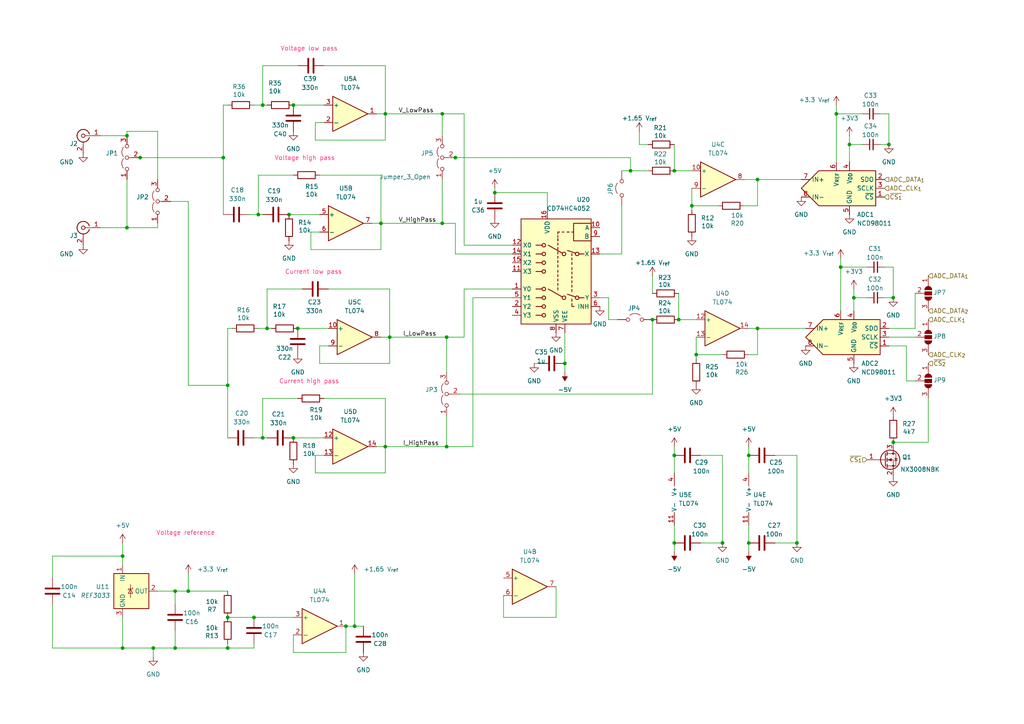
<source format=kicad_sch>
(kicad_sch (version 20250114) (generator "eeschema") (generator_version "9.0")
  (paper "A4")
  (text "Current high pass" (at 89.662 110.744 0) (effects (font (size 1.27 1.27))))
  (text "Current low pass" (at 90.932 78.994 0) (effects (font (size 1.27 1.27))))
  (text "Voltage low pass" (at 89.662 14.224 0) (effects (font (size 1.27 1.27))))
  (text "Voltage reference" (at 53.848 154.686 0) (effects (font (size 1.27 1.27))))
  (text "Voltage high pass" (at 88.392 45.974 0) (effects (font (size 1.27 1.27))))
  (junction (at 143.51 55.88))
  (junction (at 102.87 181.61))
  (junction (at 132.08 45.72))
  (junction (at 35.56 161.29))
  (junction (at 111.76 33.02))
  (junction (at 35.56 187.96))
  (junction (at 85.09 127))
  (junction (at 111.76 129.54))
  (junction (at 73.66 179.07))
  (junction (at 50.8 171.45))
  (junction (at 113.03 97.79))
  (junction (at 54.61 171.45))
  (junction (at 64.77 45.72))
  (junction (at 40.64 45.72))
  (junction (at 196.85 92.71))
  (junction (at 369.57 182.88))
  (junction (at 247.65 86.36))
  (junction (at 209.55 157.48))
  (junction (at 163.83 105.41))
  (junction (at 100.33 181.61))
  (junction (at 128.27 33.02))
  (junction (at 85.09 30.48))
  (junction (at 36.83 66.04))
  (junction (at 201.93 102.87))
  (junction (at 259.08 86.36))
  (junction (at 369.57 157.48))
  (junction (at 391.16 182.88))
  (junction (at 129.54 129.54))
  (junction (at 189.23 92.71))
  (junction (at 195.58 157.48))
  (junction (at 246.38 41.91))
  (junction (at 66.04 179.07))
  (junction (at 76.2 127))
  (junction (at 74.93 62.23))
  (junction (at 129.54 97.79))
  (junction (at 259.08 128.27))
  (junction (at 217.17 157.48))
  (junction (at 50.8 187.96))
  (junction (at 44.45 187.96))
  (junction (at 219.71 95.25))
  (junction (at 391.16 157.48))
  (junction (at 110.49 64.77))
  (junction (at 217.17 132.08))
  (junction (at 231.14 157.48))
  (junction (at 128.27 64.77))
  (junction (at 242.57 33.02))
  (junction (at 200.66 59.69))
  (junction (at 83.82 62.23))
  (junction (at 383.54 182.88))
  (junction (at 66.04 111.76))
  (junction (at 86.36 95.25))
  (junction (at 257.81 41.91))
  (junction (at 243.84 77.47))
  (junction (at 182.88 49.53))
  (junction (at 76.2 30.48))
  (junction (at 195.58 132.08))
  (junction (at 77.47 95.25))
  (junction (at 195.58 49.53))
  (junction (at 66.04 187.96))
  (junction (at 219.71 52.07))
  (junction (at 405.13 182.88))
  (junction (at 36.83 39.37))
  (wire (pts (xy 44.45 190.5) (xy 44.45 187.96)))
  (wire (pts (xy 91.44 35.56) (xy 93.98 35.56)))
  (wire (pts (xy 113.03 83.82) (xy 113.03 97.79)))
  (wire (pts (xy 134.62 83.82) (xy 148.59 83.82)))
  (wire (pts (xy 231.14 157.48) (xy 231.14 132.08)))
  (wire (pts (xy 256.54 86.36) (xy 259.08 86.36)))
  (wire (pts (xy 110.49 97.79) (xy 113.03 97.79)))
  (wire (pts (xy 35.56 157.48) (xy 35.56 161.29)))
  (wire (pts (xy 49.53 58.42) (xy 54.61 58.42)))
  (wire (pts (xy 391.16 162.56) (xy 391.16 157.48)))
  (wire (pts (xy 130.81 45.72) (xy 132.08 45.72)))
  (wire (pts (xy 109.22 33.02) (xy 111.76 33.02)))
  (wire (pts (xy 219.71 52.07) (xy 219.71 59.69)))
  (wire (pts (xy 128.27 33.02) (xy 134.62 33.02)))
  (wire (pts (xy 196.85 92.71) (xy 201.93 92.71)))
  (wire (pts (xy 50.8 182.88) (xy 50.8 187.96)))
  (wire (pts (xy 111.76 19.05) (xy 111.76 33.02)))
  (wire (pts (xy 85.09 50.8) (xy 74.93 50.8)))
  (wire (pts (xy 262.89 100.33) (xy 257.81 100.33)))
  (wire (pts (xy 391.16 177.8) (xy 391.16 182.88)))
  (wire (pts (xy 161.29 179.07) (xy 161.29 170.18)))
  (wire (pts (xy 200.66 59.69) (xy 208.28 59.69)))
  (wire (pts (xy 91.44 40.64) (xy 91.44 35.56)))
  (wire (pts (xy 189.23 85.09) (xy 189.23 80.01)))
  (wire (pts (xy 132.08 64.77) (xy 132.08 73.66)))
  (wire (pts (xy 45.72 66.04) (xy 45.72 64.77)))
  (wire (pts (xy 113.03 97.79) (xy 113.03 105.41)))
  (wire (pts (xy 73.66 127) (xy 76.2 127)))
  (wire (pts (xy 76.2 19.05) (xy 76.2 30.48)))
  (wire (pts (xy 66.04 186.69) (xy 66.04 187.96)))
  (wire (pts (xy 86.36 95.25) (xy 95.25 95.25)))
  (wire (pts (xy 92.71 100.33) (xy 95.25 100.33)))
  (wire (pts (xy 231.14 132.08) (xy 224.79 132.08)))
  (wire (pts (xy 242.57 33.02) (xy 242.57 46.99)))
  (wire (pts (xy 110.49 64.77) (xy 110.49 72.39)))
  (wire (pts (xy 217.17 152.4) (xy 217.17 157.48)))
  (wire (pts (xy 74.93 50.8) (xy 74.93 62.23)))
  (wire (pts (xy 83.82 62.23) (xy 92.71 62.23)))
  (wire (pts (xy 64.77 30.48) (xy 66.04 30.48)))
  (wire (pts (xy 73.66 186.69) (xy 73.66 187.96)))
  (wire (pts (xy 129.54 97.79) (xy 129.54 107.95)))
  (wire (pts (xy 102.87 181.61) (xy 105.41 181.61)))
  (wire (pts (xy 209.55 157.48) (xy 209.55 132.08)))
  (wire (pts (xy 15.24 187.96) (xy 15.24 175.26)))
  (wire (pts (xy 134.62 71.12) (xy 148.59 71.12)))
  (wire (pts (xy 180.34 59.69) (xy 180.34 73.66)))
  (wire (pts (xy 176.53 92.71) (xy 176.53 86.36)))
  (wire (pts (xy 54.61 111.76) (xy 66.04 111.76)))
  (wire (pts (xy 269.24 115.57) (xy 269.24 128.27)))
  (wire (pts (xy 369.57 162.56) (xy 369.57 157.48)))
  (wire (pts (xy 195.58 49.53) (xy 200.66 49.53)))
  (wire (pts (xy 247.65 86.36) (xy 251.46 86.36)))
  (wire (pts (xy 100.33 189.23) (xy 100.33 181.61)))
  (wire (pts (xy 265.43 95.25) (xy 257.81 95.25)))
  (wire (pts (xy 158.75 55.88) (xy 143.51 55.88)))
  (wire (pts (xy 111.76 33.02) (xy 111.76 40.64)))
  (wire (pts (xy 246.38 41.91) (xy 246.38 46.99)))
  (wire (pts (xy 91.44 132.08) (xy 93.98 132.08)))
  (wire (pts (xy 163.83 107.95) (xy 163.83 105.41)))
  (wire (pts (xy 158.75 55.88) (xy 158.75 60.96)))
  (wire (pts (xy 86.36 115.57) (xy 76.2 115.57)))
  (wire (pts (xy 255.27 41.91) (xy 257.81 41.91)))
  (wire (pts (xy 247.65 83.82) (xy 247.65 86.36)))
  (wire (pts (xy 95.25 83.82) (xy 113.03 83.82)))
  (wire (pts (xy 66.04 179.07) (xy 73.66 179.07)))
  (wire (pts (xy 76.2 30.48) (xy 77.47 30.48)))
  (wire (pts (xy 369.57 185.42) (xy 369.57 182.88)))
  (wire (pts (xy 195.58 152.4) (xy 195.58 157.48)))
  (wire (pts (xy 128.27 64.77) (xy 132.08 64.77)))
  (wire (pts (xy 87.63 83.82) (xy 77.47 83.82)))
  (wire (pts (xy 50.8 187.96) (xy 44.45 187.96)))
  (wire (pts (xy 91.44 137.16) (xy 91.44 132.08)))
  (wire (pts (xy 265.43 85.09) (xy 265.43 95.25)))
  (wire (pts (xy 246.38 41.91) (xy 250.19 41.91)))
  (wire (pts (xy 129.54 120.65) (xy 129.54 129.54)))
  (wire (pts (xy 72.39 62.23) (xy 74.93 62.23)))
  (wire (pts (xy 242.57 33.02) (xy 250.19 33.02)))
  (wire (pts (xy 102.87 166.37) (xy 102.87 181.61)))
  (wire (pts (xy 224.79 157.48) (xy 231.14 157.48)))
  (wire (pts (xy 66.04 171.45) (xy 54.61 171.45)))
  (wire (pts (xy 134.62 33.02) (xy 134.62 71.12)))
  (wire (pts (xy 217.17 160.02) (xy 217.17 157.48)))
  (wire (pts (xy 201.93 102.87) (xy 209.55 102.87)))
  (wire (pts (xy 74.93 62.23) (xy 76.2 62.23)))
  (wire (pts (xy 201.93 102.87) (xy 201.93 97.79)))
  (wire (pts (xy 85.09 189.23) (xy 100.33 189.23)))
  (wire (pts (xy 156.21 105.41) (xy 154.94 105.41)))
  (wire (pts (xy 50.8 171.45) (xy 45.72 171.45)))
  (wire (pts (xy 176.53 86.36) (xy 173.99 86.36)))
  (wire (pts (xy 405.13 182.88) (xy 405.13 157.48)))
  (wire (pts (xy 189.23 114.3) (xy 189.23 92.71)))
  (wire (pts (xy 128.27 52.07) (xy 128.27 64.77)))
  (wire (pts (xy 132.08 73.66) (xy 148.59 73.66)))
  (wire (pts (xy 134.62 97.79) (xy 134.62 83.82)))
  (wire (pts (xy 163.83 96.52) (xy 163.83 105.41)))
  (wire (pts (xy 29.21 39.37) (xy 36.83 39.37)))
  (wire (pts (xy 100.33 181.61) (xy 102.87 181.61)))
  (wire (pts (xy 15.24 161.29) (xy 35.56 161.29)))
  (wire (pts (xy 44.45 187.96) (xy 35.56 187.96)))
  (wire (pts (xy 200.66 60.96) (xy 200.66 59.69)))
  (wire (pts (xy 36.83 39.37) (xy 36.83 38.1)))
  (wire (pts (xy 146.05 172.72) (xy 146.05 179.07)))
  (wire (pts (xy 182.88 45.72) (xy 182.88 49.53)))
  (wire (pts (xy 369.57 154.94) (xy 369.57 157.48)))
  (wire (pts (xy 383.54 157.48) (xy 377.19 157.48)))
  (wire (pts (xy 219.71 52.07) (xy 232.41 52.07)))
  (wire (pts (xy 113.03 97.79) (xy 129.54 97.79)))
  (wire (pts (xy 257.81 97.79) (xy 265.43 97.79)))
  (wire (pts (xy 217.17 129.54) (xy 217.17 132.08)))
  (wire (pts (xy 111.76 115.57) (xy 111.76 129.54)))
  (wire (pts (xy 196.85 85.09) (xy 196.85 92.71)))
  (wire (pts (xy 383.54 182.88) (xy 383.54 157.48)))
  (wire (pts (xy 146.05 179.07) (xy 161.29 179.07)))
  (wire (pts (xy 405.13 157.48) (xy 398.78 157.48)))
  (wire (pts (xy 66.04 187.96) (xy 50.8 187.96)))
  (wire (pts (xy 262.89 110.49) (xy 262.89 100.33)))
  (wire (pts (xy 185.42 38.1) (xy 185.42 41.91)))
  (wire (pts (xy 243.84 77.47) (xy 243.84 90.17)))
  (wire (pts (xy 73.66 179.07) (xy 85.09 179.07)))
  (wire (pts (xy 64.77 62.23) (xy 64.77 45.72)))
  (wire (pts (xy 39.37 45.72) (xy 40.64 45.72)))
  (wire (pts (xy 179.07 92.71) (xy 176.53 92.71)))
  (wire (pts (xy 76.2 115.57) (xy 76.2 127)))
  (wire (pts (xy 185.42 41.91) (xy 187.96 41.91)))
  (wire (pts (xy 243.84 77.47) (xy 251.46 77.47)))
  (wire (pts (xy 50.8 171.45) (xy 50.8 175.26)))
  (wire (pts (xy 111.76 129.54) (xy 129.54 129.54)))
  (wire (pts (xy 180.34 49.53) (xy 182.88 49.53)))
  (wire (pts (xy 219.71 95.25) (xy 217.17 95.25)))
  (wire (pts (xy 73.66 187.96) (xy 66.04 187.96)))
  (wire (pts (xy 259.08 77.47) (xy 259.08 86.36)))
  (wire (pts (xy 86.36 19.05) (xy 76.2 19.05)))
  (wire (pts (xy 36.83 66.04) (xy 45.72 66.04)))
  (wire (pts (xy 77.47 95.25) (xy 78.74 95.25)))
  (wire (pts (xy 111.76 137.16) (xy 91.44 137.16)))
  (wire (pts (xy 219.71 95.25) (xy 219.71 102.87)))
  (wire (pts (xy 391.16 185.42) (xy 391.16 182.88)))
  (wire (pts (xy 243.84 74.93) (xy 243.84 77.47)))
  (wire (pts (xy 85.09 127) (xy 93.98 127)))
  (wire (pts (xy 66.04 95.25) (xy 66.04 111.76)))
  (wire (pts (xy 133.35 114.3) (xy 189.23 114.3)))
  (wire (pts (xy 255.27 33.02) (xy 257.81 33.02)))
  (wire (pts (xy 217.17 102.87) (xy 219.71 102.87)))
  (wire (pts (xy 110.49 50.8) (xy 110.49 64.77)))
  (wire (pts (xy 398.78 182.88) (xy 405.13 182.88)))
  (wire (pts (xy 219.71 95.25) (xy 233.68 95.25)))
  (wire (pts (xy 203.2 157.48) (xy 209.55 157.48)))
  (wire (pts (xy 195.58 129.54) (xy 195.58 132.08)))
  (wire (pts (xy 129.54 129.54) (xy 137.16 129.54)))
  (wire (pts (xy 265.43 110.49) (xy 262.89 110.49)))
  (wire (pts (xy 137.16 86.36) (xy 148.59 86.36)))
  (wire (pts (xy 215.9 59.69) (xy 219.71 59.69)))
  (wire (pts (xy 85.09 184.15) (xy 85.09 189.23)))
  (wire (pts (xy 77.47 83.82) (xy 77.47 95.25)))
  (wire (pts (xy 45.72 38.1) (xy 45.72 52.07)))
  (wire (pts (xy 257.81 33.02) (xy 257.81 41.91)))
  (wire (pts (xy 90.17 67.31) (xy 92.71 67.31)))
  (wire (pts (xy 93.98 115.57) (xy 111.76 115.57)))
  (wire (pts (xy 195.58 41.91) (xy 195.58 49.53)))
  (wire (pts (xy 111.76 40.64) (xy 91.44 40.64)))
  (wire (pts (xy 73.66 30.48) (xy 76.2 30.48)))
  (wire (pts (xy 36.83 66.04) (xy 36.83 52.07)))
  (wire (pts (xy 110.49 64.77) (xy 128.27 64.77)))
  (wire (pts (xy 391.16 154.94) (xy 391.16 157.48)))
  (wire (pts (xy 93.98 19.05) (xy 111.76 19.05)))
  (wire (pts (xy 217.17 137.16) (xy 217.17 132.08)))
  (wire (pts (xy 85.09 30.48) (xy 93.98 30.48)))
  (wire (pts (xy 246.38 39.37) (xy 246.38 41.91)))
  (wire (pts (xy 132.08 45.72) (xy 182.88 45.72)))
  (wire (pts (xy 129.54 97.79) (xy 134.62 97.79)))
  (wire (pts (xy 128.27 33.02) (xy 128.27 39.37)))
  (wire (pts (xy 92.71 50.8) (xy 110.49 50.8)))
  (wire (pts (xy 200.66 59.69) (xy 200.66 54.61)))
  (wire (pts (xy 256.54 77.47) (xy 259.08 77.47)))
  (wire (pts (xy 201.93 104.14) (xy 201.93 102.87)))
  (wire (pts (xy 66.04 111.76) (xy 66.04 127)))
  (wire (pts (xy 209.55 132.08) (xy 203.2 132.08)))
  (wire (pts (xy 242.57 30.48) (xy 242.57 33.02)))
  (wire (pts (xy 143.51 54.61) (xy 143.51 55.88)))
  (wire (pts (xy 66.04 95.25) (xy 67.31 95.25)))
  (wire (pts (xy 182.88 49.53) (xy 187.96 49.53)))
  (wire (pts (xy 269.24 128.27) (xy 259.08 128.27)))
  (wire (pts (xy 369.57 177.8) (xy 369.57 182.88)))
  (wire (pts (xy 90.17 72.39) (xy 90.17 67.31)))
  (wire (pts (xy 377.19 182.88) (xy 383.54 182.88)))
  (wire (pts (xy 35.56 161.29) (xy 35.56 163.83)))
  (wire (pts (xy 76.2 127) (xy 77.47 127)))
  (wire (pts (xy 195.58 137.16) (xy 195.58 132.08)))
  (wire (pts (xy 15.24 167.64) (xy 15.24 161.29)))
  (wire (pts (xy 15.24 187.96) (xy 35.56 187.96)))
  (wire (pts (xy 110.49 72.39) (xy 90.17 72.39)))
  (wire (pts (xy 92.71 105.41) (xy 92.71 100.33)))
  (wire (pts (xy 54.61 58.42) (xy 54.61 111.76)))
  (wire (pts (xy 36.83 38.1) (xy 45.72 38.1)))
  (wire (pts (xy 35.56 179.07) (xy 35.56 187.96)))
  (wire (pts (xy 111.76 33.02) (xy 128.27 33.02)))
  (wire (pts (xy 113.03 105.41) (xy 92.71 105.41)))
  (wire (pts (xy 54.61 171.45) (xy 50.8 171.45)))
  (wire (pts (xy 195.58 160.02) (xy 195.58 157.48)))
  (wire (pts (xy 180.34 73.66) (xy 173.99 73.66)))
  (wire (pts (xy 219.71 52.07) (xy 215.9 52.07)))
  (wire (pts (xy 74.93 95.25) (xy 77.47 95.25)))
  (wire (pts (xy 247.65 86.36) (xy 247.65 90.17)))
  (wire (pts (xy 54.61 166.37) (xy 54.61 171.45)))
  (wire (pts (xy 40.64 45.72) (xy 64.77 45.72)))
  (wire (pts (xy 109.22 129.54) (xy 111.76 129.54)))
  (wire (pts (xy 137.16 129.54) (xy 137.16 86.36)))
  (wire (pts (xy 107.95 64.77) (xy 110.49 64.77)))
  (wire (pts (xy 29.21 66.04) (xy 36.83 66.04)))
  (wire (pts (xy 111.76 129.54) (xy 111.76 137.16)))
  (wire (pts (xy 64.77 45.72) (xy 64.77 30.48)))
  (label "I_HighPass" (at 116.84 129.54 0))
  (label "V_HighPass" (at 115.57 64.77 0))
  (label "I_LowPass" (at 116.84 97.79 0))
  (label "V_LowPass" (at 115.57 33.02 0))
  (hierarchical_label "~{CS_{2}}" (shape input) (at 269.24 105.41 0))
  (hierarchical_label "ADC_CLK_{1}" (shape input) (at 256.54 54.61 0))
  (hierarchical_label "ADC_CLK_{2}" (shape input) (at 269.24 102.87 0))
  (hierarchical_label "ADC_DATA_{1}" (shape input) (at 269.24 80.01 0))
  (hierarchical_label "ADC_DATA_{1}" (shape input) (at 256.54 52.07 0))
  (hierarchical_label "ADC_CLK_{1}" (shape input) (at 269.24 92.71 0))
  (hierarchical_label "~{CS_{1}}" (shape input) (at 251.46 133.35 180))
  (hierarchical_label "~{CS_{1}}" (shape input) (at 256.54 57.15 0))
  (hierarchical_label "ADC_DATA_{2}" (shape input) (at 269.24 90.17 0))
  (symbol (lib_id "Device:R") (at 193.04 85.09 270) (unit 1)
    (property "Reference" "R23" (at 192.786 80.518 90))
    (property "Value" "10k" (at 192.786 82.55 90))
    (property "Footprint" "Resistor_SMD:R_0603_1608Metric_Pad0.98x0.95mm_HandSolder" (effects (hide yes)))
    (property "Description" "Resistor" (effects (hide yes)))
  )
  (symbol (lib_id "power:+5V") (at 369.57 154.94 0) (unit 1)
    (property "Reference" "#PWR049" (effects (hide yes)))
    (property "Value" "+5V" (at 369.57 149.86 0))
    (property "Description" "Power symbol creates a global label with name \"+5V\"" (effects (hide yes)))
  )
  (symbol (lib_id "Jumper:SolderJumper_3_Open") (at 269.24 97.79 270) (unit 1) (in_bom no)
    (property "Reference" "JP8" (at 272.542 97.536 90))
    (property "Value" "SolderJumper_3_Open" (effects (hide yes)))
    (property "Footprint" "Jumper:SolderJumper-3_P1.3mm_Open_RoundedPad1.0x1.5mm" (effects (hide yes)))
    (property "Description" "Solder Jumper, 3-pole, open" (effects (hide yes)))
  )
  (symbol (lib_id "power:GND") (at 231.14 157.48 0) (unit 1)
    (property "Reference" "#PWR039" (effects (hide yes)))
    (property "Value" "GND" (at 231.14 162.56 0))
    (property "Description" "Power symbol creates a global label with name \"GND\" , ground" (effects (hide yes)))
  )
  (symbol (lib_id "power:GND") (at 232.41 57.15 0) (unit 1)
    (property "Reference" "#PWR052" (effects (hide yes)))
    (property "Value" "GND" (at 232.41 62.23 0))
    (property "Description" "Power symbol creates a global label with name \"GND\" , ground" (effects (hide yes)))
  )
  (symbol (lib_id "power:+3V3") (at 247.65 83.82 0) (unit 1)
    (property "Reference" "#PWR054" (effects (hide yes)))
    (property "Value" "+3V3" (at 247.65 78.74 0))
    (property "Description" "Power symbol creates a global label with name \"+3V3\"" (effects (hide yes)))
  )
  (symbol (lib_id "power:GND") (at 86.36 102.87 0) (unit 1)
    (property "Reference" "#PWR037" (effects (hide yes)))
    (property "Value" "GND" (at 86.36 107.95 0))
    (property "Description" "Power symbol creates a global label with name \"GND\" , ground" (effects (hide yes)))
  )
  (symbol (lib_id "power:GND") (at 143.51 63.5 0) (mirror y) (unit 1)
    (property "Reference" "#PWR092" (effects (hide yes)))
    (property "Value" "GND" (at 143.51 68.58 0))
    (property "Description" "Power symbol creates a global label with name \"GND\" , ground" (effects (hide yes)))
  )
  (symbol (lib_id "Amplifier_Operational:TL074") (at 209.55 95.25 0) (unit 4)
    (property "Reference" "U4" (at 209.55 85.09 0))
    (property "Value" "TL074" (at 209.55 87.63 0))
    (property "Footprint" "Package_SO:TSSOP-14_4.4x5mm_P0.65mm" (effects (hide yes)))
    (property "Datasheet" "http://www.ti.com/lit/ds/symlink/tl071.pdf" (effects (hide yes)))
    (property "Description" "Quad Low-Noise JFET-Input Operational Amplifiers, DIP-14/SOIC-14" (effects (hide yes)))
  )
  (symbol (lib_id "Amplifier_Operational:TL074") (at 102.87 97.79 0) (unit 3)
    (property "Reference" "U5" (at 102.87 87.63 0))
    (property "Value" "TL074" (at 102.87 90.17 0))
    (property "Footprint" "Package_SO:TSSOP-14_4.4x5mm_P0.65mm" (effects (hide yes)))
    (property "Datasheet" "http://www.ti.com/lit/ds/symlink/tl071.pdf" (effects (hide yes)))
    (property "Description" "Quad Low-Noise JFET-Input Operational Amplifiers, DIP-14/SOIC-14" (effects (hide yes)))
  )
  (symbol (lib_id "power:GND") (at 233.68 100.33 0) (unit 1)
    (property "Reference" "#PWR053" (effects (hide yes)))
    (property "Value" "GND" (at 233.68 105.41 0))
    (property "Description" "Power symbol creates a global label with name \"GND\" , ground" (effects (hide yes)))
  )
  (symbol (lib_id "power:GND") (at 200.66 68.58 0) (unit 1)
    (property "Reference" "#PWR044" (effects (hide yes)))
    (property "Value" "GND" (at 200.66 73.66 0))
    (property "Description" "Power symbol creates a global label with name \"GND\" , ground" (effects (hide yes)))
  )
  (symbol (lib_id "power:GND") (at 161.29 96.52 0) (mirror y) (unit 1)
    (property "Reference" "#PWR089" (effects (hide yes)))
    (property "Value" "GND" (at 161.29 101.6 0))
    (property "Description" "Power symbol creates a global label with name \"GND\" , ground" (effects (hide yes)))
  )
  (symbol (lib_id "Device:R") (at 66.04 175.26 180) (unit 1)
    (property "Reference" "R7" (at 61.468 176.784 0))
    (property "Value" "10k" (at 61.468 174.498 0))
    (property "Footprint" "Resistor_SMD:R_0603_1608Metric_Pad0.98x0.95mm_HandSolder" (effects (hide yes)))
    (property "Description" "Resistor" (effects (hide yes)))
  )
  (symbol (lib_id "Device:R") (at 81.28 30.48 90) (unit 1)
    (property "Reference" "R35" (at 79.756 24.13 90))
    (property "Value" "10k" (at 79.756 26.416 90))
    (property "Footprint" "Resistor_SMD:R_0603_1608Metric_Pad0.98x0.95mm_HandSolder" (effects (hide yes)))
    (property "Description" "Resistor" (effects (hide yes)))
  )
  (symbol (lib_id "Device:C") (at 91.44 83.82 270) (unit 1)
    (property "Reference" "C23" (at 91.186 87.63 90))
    (property "Value" "330n" (at 91.186 90.17 90))
    (property "Footprint" "Capacitor_SMD:C_0603_1608Metric_Pad1.08x0.95mm_HandSolder" (effects (hide yes)))
    (property "Description" "Unpolarized capacitor" (effects (hide yes)))
  )
  (symbol (lib_id "Device:R") (at 191.77 41.91 270) (unit 1)
    (property "Reference" "R21" (at 191.516 37.084 90))
    (property "Value" "10k" (at 191.516 39.37 90))
    (property "Footprint" "Resistor_SMD:R_0603_1608Metric_Pad0.98x0.95mm_HandSolder" (effects (hide yes)))
    (property "Description" "Resistor" (effects (hide yes)))
  )
  (symbol (lib_id "Device:C") (at 86.36 99.06 0) (unit 1)
    (property "Reference" "C22" (at 82.55 103.632 0))
    (property "Value" "330n" (at 82.55 101.092 0))
    (property "Footprint" "Capacitor_SMD:C_0603_1608Metric_Pad1.08x0.95mm_HandSolder" (effects (hide yes)))
    (property "Description" "Unpolarized capacitor" (effects (hide yes)))
  )
  (symbol (lib_id "Jumper:Jumper_3_Open") (at 129.54 114.3 90) (unit 1) (in_bom no)
    (property "Reference" "JP3" (at 127 113.0299 90) (effects (justify left)))
    (property "Value" "Jumper_3_Open" (effects (hide yes)))
    (property "Footprint" "Connector_PinHeader_2.54mm:PinHeader_1x03_P2.54mm_Vertical" (effects (hide yes)))
    (property "Description" "Jumper, 3-pole, both open" (effects (hide yes)))
  )
  (symbol (lib_id "Device:C") (at 373.38 157.48 270) (unit 1)
    (property "Reference" "C13" (at 377.444 159.512 90))
    (property "Value" "100n" (at 377.444 162.052 90))
    (property "Footprint" "Capacitor_SMD:C_0603_1608Metric_Pad1.08x0.95mm_HandSolder" (effects (hide yes)))
    (property "Description" "Unpolarized capacitor" (effects (hide yes)))
  )
  (symbol (lib_id "power:+5V") (at 391.16 154.94 0) (unit 1)
    (property "Reference" "#PWR027" (effects (hide yes)))
    (property "Value" "+5V" (at 391.16 149.86 0))
    (property "Description" "Power symbol creates a global label with name \"+5V\"" (effects (hide yes)))
  )
  (symbol (lib_id "Device:R") (at 193.04 92.71 270) (unit 1)
    (property "Reference" "R24" (at 192.786 87.884 90))
    (property "Value" "10k" (at 192.786 90.17 90))
    (property "Footprint" "Resistor_SMD:R_0603_1608Metric_Pad0.98x0.95mm_HandSolder" (effects (hide yes)))
    (property "Description" "Resistor" (effects (hide yes)))
  )
  (symbol (lib_id "Device:R") (at 259.08 124.46 0) (unit 1)
    (property "Reference" "R27" (at 263.652 122.936 0))
    (property "Value" "4k7" (at 263.652 125.222 0))
    (property "Footprint" "Resistor_SMD:R_0603_1608Metric_Pad0.98x0.95mm_HandSolder" (effects (hide yes)))
    (property "Description" "Resistor" (effects (hide yes)))
  )
  (symbol (lib_id "power:+5V") (at 143.51 54.61 0) (mirror y) (unit 1)
    (property "Reference" "#PWR091" (effects (hide yes)))
    (property "Value" "+5V" (at 143.51 49.53 0))
    (property "Description" "Power symbol creates a global label with name \"+5V\"" (effects (hide yes)))
  )
  (symbol (lib_id "Jumper:Jumper_3_Open") (at 45.72 58.42 90) (unit 1) (in_bom no)
    (property "Reference" "JP2" (at 43.18 57.1499 90) (effects (justify left)))
    (property "Value" "Jumper_3_Open" (effects (hide yes)))
    (property "Footprint" "Connector_PinHeader_2.54mm:PinHeader_1x03_P2.54mm_Vertical" (effects (hide yes)))
    (property "Description" "Jumper, 3-pole, both open" (effects (hide yes)))
  )
  (symbol (lib_id "Device:C_Small") (at 254 77.47 90) (unit 1)
    (property "Reference" "C31" (at 253.746 72.136 90))
    (property "Value" "100n" (at 253.746 74.676 90))
    (property "Footprint" "Capacitor_SMD:C_0603_1608Metric_Pad1.08x0.95mm_HandSolder" (effects (hide yes)))
    (property "Description" "Unpolarized capacitor, small symbol" (effects (hide yes)))
  )
  (symbol (lib_id "power:-5V") (at 195.58 160.02 180) (unit 1)
    (property "Reference" "#PWR042" (effects (hide yes)))
    (property "Value" "-5V" (at 195.58 165.1 0))
    (property "Description" "Power symbol creates a global label with name \"-5V\"" (effects (hide yes)))
  )
  (symbol (lib_id "Device:C") (at 73.66 182.88 180) (unit 1)
    (property "Reference" "C17" (at 78.486 184.15 0))
    (property "Value" "100n" (at 78.486 181.61 0))
    (property "Footprint" "Capacitor_SMD:C_0603_1608Metric_Pad1.08x0.95mm_HandSolder" (effects (hide yes)))
    (property "Description" "Unpolarized capacitor" (effects (hide yes)))
  )
  (symbol (lib_id "Device:C") (at 68.58 62.23 270) (unit 1)
    (property "Reference" "C18" (at 68.834 55.118 90))
    (property "Value" "330n" (at 68.834 57.658 90))
    (property "Footprint" "Capacitor_SMD:C_0603_1608Metric_Pad1.08x0.95mm_HandSolder" (effects (hide yes)))
    (property "Description" "Unpolarized capacitor" (effects (hide yes)))
  )
  (symbol (lib_id "power:+3V3") (at 259.08 120.65 0) (unit 1)
    (property "Reference" "#PWR062" (effects (hide yes)))
    (property "Value" "+3V3" (at 259.08 115.57 0))
    (property "Description" "Power symbol creates a global label with name \"+3V3\"" (effects (hide yes)))
  )
  (symbol (lib_id "power:+4V") (at 189.23 80.01 0) (unit 1)
    (property "Reference" "#PWR045" (effects (hide yes)))
    (property "Value" "+1.65 V_{ref}" (at 184.15 76.2 0) (effects (justify left)))
    (property "Description" "Power symbol creates a global label with name \"+4V\"" (effects (hide yes)))
  )
  (symbol (lib_id "Device:C") (at 143.51 59.69 0) (mirror x) (unit 1)
    (property "Reference" "C36" (at 138.684 60.96 0))
    (property "Value" "1u" (at 138.684 58.42 0))
    (property "Footprint" "Capacitor_SMD:C_0603_1608Metric_Pad1.08x0.95mm_HandSolder" (effects (hide yes)))
    (property "Description" "Unpolarized capacitor" (effects (hide yes)))
  )
  (symbol (lib_id "power:GND") (at 24.13 71.12 0) (mirror y) (unit 1)
    (property "Reference" "#PWR06" (effects (hide yes)))
    (property "Value" "GND" (at 19.304 73.66 0))
    (property "Description" "Power symbol creates a global label with name \"GND\" , ground" (effects (hide yes)))
  )
  (symbol (lib_id "Device:C") (at 373.38 182.88 270) (unit 1)
    (property "Reference" "C26" (at 376.936 177.8 90))
    (property "Value" "100n" (at 376.936 180.34 90))
    (property "Footprint" "Capacitor_SMD:C_0603_1608Metric_Pad1.08x0.95mm_HandSolder" (effects (hide yes)))
    (property "Description" "Unpolarized capacitor" (effects (hide yes)))
  )
  (symbol (lib_id "Jumper:Jumper_2_Open") (at 184.15 92.71 0) (unit 1)
    (property "Reference" "JP4" (at 183.896 89.408 0))
    (property "Value" "Jumper_2_Open" (effects (hide yes)))
    (property "Footprint" "Connector_PinHeader_1.00mm:PinHeader_1x02_P1.00mm_Vertical" (effects (hide yes)))
    (property "Description" "Jumper, 2-pole, open" (effects (hide yes)))
  )
  (symbol (lib_id "Device:R") (at 213.36 102.87 90) (unit 1)
    (property "Reference" "R26" (at 215.138 107.95 90))
    (property "Value" "10k" (at 215.138 105.664 90))
    (property "Footprint" "Resistor_SMD:R_0603_1608Metric_Pad0.98x0.95mm_HandSolder" (effects (hide yes)))
    (property "Description" "Resistor" (effects (hide yes)))
  )
  (symbol (lib_id "Amplifier_Operational:TL074") (at 92.71 181.61 0) (unit 1)
    (property "Reference" "U4" (at 92.71 171.45 0))
    (property "Value" "TL074" (at 92.71 173.99 0))
    (property "Footprint" "Package_SO:TSSOP-14_4.4x5mm_P0.65mm" (effects (hide yes)))
    (property "Datasheet" "http://www.ti.com/lit/ds/symlink/tl071.pdf" (effects (hide yes)))
    (property "Description" "Quad Low-Noise JFET-Input Operational Amplifiers, DIP-14/SOIC-14" (effects (hide yes)))
  )
  (symbol (lib_id "power:GND") (at 209.55 157.48 0) (unit 1)
    (property "Reference" "#PWR043" (effects (hide yes)))
    (property "Value" "GND" (at 209.55 162.56 0))
    (property "Description" "Power symbol creates a global label with name \"GND\" , ground" (effects (hide yes)))
  )
  (symbol (lib_id "power:+5V") (at 195.58 129.54 0) (unit 1)
    (property "Reference" "#PWR041" (effects (hide yes)))
    (property "Value" "+5V" (at 195.58 124.46 0))
    (property "Description" "Power symbol creates a global label with name \"+5V\"" (effects (hide yes)))
  )
  (symbol (lib_id "power:+5V") (at 35.56 157.48 0) (unit 1)
    (property "Reference" "#PWR030" (effects (hide yes)))
    (property "Value" "+5V" (at 35.56 152.4 0))
    (property "Description" "Power symbol creates a global label with name \"+5V\"" (effects (hide yes)))
  )
  (symbol (lib_id "Reference_Voltage:REF3033") (at 38.1 171.45 0) (unit 1)
    (property "Reference" "U11" (at 31.75 170.1799 0) (effects (justify right)))
    (property "Value" "REF3033" (at 31.75 172.7199 0) (effects (font (italic yes)) (justify right)))
    (property "Footprint" "Package_TO_SOT_SMD:SOT-23" (effects (hide yes)))
    (property "Datasheet" "http://www.ti.com/lit/ds/symlink/ref3033.pdf" (effects (hide yes)))
    (property "Description" "3.3V 50-ppm/°C Max, 50-μA, CMOS Voltage Reference, SOT-23-3" (effects (hide yes)))
  )
  (symbol (lib_id "Device:C") (at 160.02 105.41 90) (mirror x) (unit 1)
    (property "Reference" "C35" (at 156.972 102.108 90))
    (property "Value" "1u" (at 156.972 104.648 90))
    (property "Footprint" "Capacitor_SMD:C_0603_1608Metric_Pad1.08x0.95mm_HandSolder" (effects (hide yes)))
    (property "Description" "Unpolarized capacitor" (effects (hide yes)))
  )
  (symbol (lib_id "Device:Q_NMOS_GSD") (at 256.54 133.35 0) (unit 1)
    (property "Reference" "Q1" (at 261.62 132.588 0) (effects (justify left)))
    (property "Value" "NX3008NBK" (at 261.112 136.144 0) (effects (justify left)))
    (property "Footprint" "Package_TO_SOT_SMD:SOT-323_SC-70_Handsoldering" (effects (hide yes)))
    (property "Description" "N-MOSFET transistor, gate/source/drain" (effects (hide yes)))
  )
  (symbol (lib_id "Device:C") (at 15.24 171.45 180) (unit 1)
    (property "Reference" "C14" (at 20.066 172.72 0))
    (property "Value" "100n" (at 20.066 170.18 0))
    (property "Footprint" "Capacitor_SMD:C_0603_1608Metric_Pad1.08x0.95mm_HandSolder" (effects (hide yes)))
    (property "Description" "Unpolarized capacitor" (effects (hide yes)))
  )
  (symbol (lib_id "Device:C") (at 69.85 127 270) (unit 1)
    (property "Reference" "C20" (at 70.104 119.888 90))
    (property "Value" "330n" (at 70.104 122.428 90))
    (property "Footprint" "Capacitor_SMD:C_0603_1608Metric_Pad1.08x0.95mm_HandSolder" (effects (hide yes)))
    (property "Description" "Unpolarized capacitor" (effects (hide yes)))
  )
  (symbol (lib_id "power:-5V") (at 369.57 185.42 180) (unit 1)
    (property "Reference" "#PWR050" (effects (hide yes)))
    (property "Value" "-5V" (at 369.57 190.5 0))
    (property "Description" "Power symbol creates a global label with name \"-5V\"" (effects (hide yes)))
  )
  (symbol (lib_id "power:GND") (at 154.94 105.41 0) (mirror y) (unit 1)
    (property "Reference" "#PWR090" (effects (hide yes)))
    (property "Value" "GND" (at 154.94 110.49 0))
    (property "Description" "Power symbol creates a global label with name \"GND\" , ground" (effects (hide yes)))
  )
  (symbol (lib_id "power:+3V3") (at 246.38 39.37 0) (unit 1)
    (property "Reference" "#PWR056" (effects (hide yes)))
    (property "Value" "+3V3" (at 246.38 34.29 0))
    (property "Description" "Power symbol creates a global label with name \"+3V3\"" (effects (hide yes)))
  )
  (symbol (lib_id "power:GND") (at 405.13 182.88 0) (unit 1)
    (property "Reference" "#PWR029" (effects (hide yes)))
    (property "Value" "GND" (at 405.13 187.96 0))
    (property "Description" "Power symbol creates a global label with name \"GND\" , ground" (effects (hide yes)))
  )
  (symbol (lib_id "power:+4V") (at 243.84 74.93 0) (unit 1)
    (property "Reference" "#PWR055" (effects (hide yes)))
    (property "Value" "+3.3 V_{ref}" (at 232.918 73.406 0) (effects (justify left)))
    (property "Description" "Power symbol creates a global label with name \"+4V\"" (effects (hide yes)))
  )
  (symbol (lib_id "Jumper:Jumper_3_Open") (at 36.83 45.72 90) (unit 1) (in_bom no)
    (property "Reference" "JP1" (at 34.29 44.4499 90) (effects (justify left)))
    (property "Value" "Jumper_3_Open" (effects (hide yes)))
    (property "Footprint" "Connector_PinHeader_2.54mm:PinHeader_1x03_P2.54mm_Vertical" (effects (hide yes)))
    (property "Description" "Jumper, 3-pole, both open" (effects (hide yes)))
  )
  (symbol (lib_id "Device:C") (at 394.97 157.48 270) (unit 1)
    (property "Reference" "C15" (at 399.034 159.512 90))
    (property "Value" "100n" (at 399.034 162.052 90))
    (property "Footprint" "Capacitor_SMD:C_0603_1608Metric_Pad1.08x0.95mm_HandSolder" (effects (hide yes)))
    (property "Description" "Unpolarized capacitor" (effects (hide yes)))
  )
  (symbol (lib_id "Device:R") (at 83.82 66.04 0) (unit 1)
    (property "Reference" "R14" (at 88.392 64.516 0))
    (property "Value" "10k" (at 88.392 66.802 0))
    (property "Footprint" "Resistor_SMD:R_0603_1608Metric_Pad0.98x0.95mm_HandSolder" (effects (hide yes)))
    (property "Description" "Resistor" (effects (hide yes)))
  )
  (symbol (lib_id "Device:C") (at 85.09 34.29 0) (unit 1)
    (property "Reference" "C40" (at 81.28 38.862 0))
    (property "Value" "330n" (at 81.28 36.322 0))
    (property "Footprint" "Capacitor_SMD:C_0603_1608Metric_Pad1.08x0.95mm_HandSolder" (effects (hide yes)))
    (property "Description" "Unpolarized capacitor" (effects (hide yes)))
  )
  (symbol (lib_id "Amplifier_Operational:TL074") (at 198.12 144.78 0) (unit 5)
    (property "Reference" "U5" (at 196.85 143.5099 0) (effects (justify left)))
    (property "Value" "TL074" (at 196.85 146.0499 0) (effects (justify left)))
    (property "Footprint" "Package_SO:TSSOP-14_4.4x5mm_P0.65mm" (effects (hide yes)))
    (property "Datasheet" "http://www.ti.com/lit/ds/symlink/tl071.pdf" (effects (hide yes)))
    (property "Description" "Quad Low-Noise JFET-Input Operational Amplifiers, DIP-14/SOIC-14" (effects (hide yes)))
  )
  (symbol (lib_id "Device:C") (at 394.97 182.88 270) (unit 1)
    (property "Reference" "C24" (at 398.526 177.8 90))
    (property "Value" "100n" (at 398.526 180.34 90))
    (property "Footprint" "Capacitor_SMD:C_0603_1608Metric_Pad1.08x0.95mm_HandSolder" (effects (hide yes)))
    (property "Description" "Unpolarized capacitor" (effects (hide yes)))
  )
  (symbol (lib_id "Amplifier_Operational:TL074") (at 208.28 52.07 0) (unit 3)
    (property "Reference" "U4" (at 208.28 41.91 0))
    (property "Value" "TL074" (at 208.28 44.45 0))
    (property "Footprint" "Package_SO:TSSOP-14_4.4x5mm_P0.65mm" (effects (hide yes)))
    (property "Datasheet" "http://www.ti.com/lit/ds/symlink/tl071.pdf" (effects (hide yes)))
    (property "Description" "Quad Low-Noise JFET-Input Operational Amplifiers, DIP-14/SOIC-14" (effects (hide yes)))
  )
  (symbol (lib_id "Device:C") (at 80.01 62.23 270) (unit 1)
    (property "Reference" "C19" (at 79.502 55.372 90))
    (property "Value" "330n" (at 79.502 57.912 90))
    (property "Footprint" "Capacitor_SMD:C_0603_1608Metric_Pad1.08x0.95mm_HandSolder" (effects (hide yes)))
    (property "Description" "Unpolarized capacitor" (effects (hide yes)))
  )
  (symbol (lib_id "power:GND") (at 85.09 38.1 0) (unit 1)
    (property "Reference" "#PWR098" (effects (hide yes)))
    (property "Value" "GND" (at 85.09 43.18 0))
    (property "Description" "Power symbol creates a global label with name \"GND\" , ground" (effects (hide yes)))
  )
  (symbol (lib_id "Amplifier_Operational:TL074") (at 100.33 64.77 0) (unit 2)
    (property "Reference" "U5" (at 100.33 54.61 0))
    (property "Value" "TL074" (at 100.33 57.15 0))
    (property "Footprint" "Package_SO:TSSOP-14_4.4x5mm_P0.65mm" (effects (hide yes)))
    (property "Datasheet" "http://www.ti.com/lit/ds/symlink/tl071.pdf" (effects (hide yes)))
    (property "Description" "Quad Low-Noise JFET-Input Operational Amplifiers, DIP-14/SOIC-14" (effects (hide yes)))
  )
  (symbol (lib_id "Device:R") (at 212.09 59.69 90) (unit 1)
    (property "Reference" "R20" (at 213.868 64.77 90))
    (property "Value" "10k" (at 213.868 62.484 90))
    (property "Footprint" "Resistor_SMD:R_0603_1608Metric_Pad0.98x0.95mm_HandSolder" (effects (hide yes)))
    (property "Description" "Resistor" (effects (hide yes)))
  )
  (symbol (lib_id "Device:C_Small") (at 252.73 33.02 90) (unit 1)
    (property "Reference" "C33" (at 252.476 27.686 90))
    (property "Value" "100n" (at 252.476 30.226 90))
    (property "Footprint" "Capacitor_SMD:C_0603_1608Metric_Pad1.08x0.95mm_HandSolder" (effects (hide yes)))
    (property "Description" "Unpolarized capacitor, small symbol" (effects (hide yes)))
  )
  (symbol (lib_id "Jumper:SolderJumper_3_Open") (at 269.24 85.09 270) (unit 1) (in_bom no)
    (property "Reference" "JP7" (at 272.542 84.836 90))
    (property "Value" "SolderJumper_3_Open" (effects (hide yes)))
    (property "Footprint" "Jumper:SolderJumper-3_P1.3mm_Open_RoundedPad1.0x1.5mm" (effects (hide yes)))
    (property "Description" "Solder Jumper, 3-pole, open" (effects (hide yes)))
  )
  (symbol (lib_id "power:-5V") (at 391.16 185.42 180) (unit 1)
    (property "Reference" "#PWR028" (effects (hide yes)))
    (property "Value" "-5V" (at 391.16 190.5 0))
    (property "Description" "Power symbol creates a global label with name \"-5V\"" (effects (hide yes)))
  )
  (symbol (lib_id "power:+4V") (at 54.61 166.37 0) (unit 1)
    (property "Reference" "#PWR033" (effects (hide yes)))
    (property "Value" "+3.3 V_{ref}" (at 57.15 165.0999 0) (effects (justify left)))
    (property "Description" "Power symbol creates a global label with name \"+4V\"" (effects (hide yes)))
  )
  (symbol (lib_id "Device:C") (at 199.39 157.48 270) (unit 1)
    (property "Reference" "C30" (at 202.946 152.4 90))
    (property "Value" "100n" (at 202.946 154.94 90))
    (property "Footprint" "Capacitor_SMD:C_0603_1608Metric_Pad1.08x0.95mm_HandSolder" (effects (hide yes)))
    (property "Description" "Unpolarized capacitor" (effects (hide yes)))
  )
  (symbol (lib_id "power:GND") (at 201.93 111.76 0) (unit 1)
    (property "Reference" "#PWR047" (effects (hide yes)))
    (property "Value" "GND" (at 201.93 116.84 0))
    (property "Description" "Power symbol creates a global label with name \"GND\" , ground" (effects (hide yes)))
  )
  (symbol (lib_id "Jumper:Jumper_3_Open") (at 128.27 45.72 90) (unit 1) (in_bom no)
    (property "Reference" "JP5" (at 125.73 44.4499 90) (effects (justify left)))
    (property "Value" "Jumper_3_Open" (at 124.968 51.308 90) (effects (justify left)))
    (property "Footprint" "Connector_PinHeader_2.54mm:PinHeader_1x03_P2.54mm_Vertical" (effects (hide yes)))
    (property "Description" "Jumper, 3-pole, both open" (effects (hide yes)))
  )
  (symbol (lib_id "Device:R") (at 201.93 107.95 0) (unit 1)
    (property "Reference" "R25" (at 206.502 106.426 0))
    (property "Value" "10k" (at 206.502 108.712 0))
    (property "Footprint" "Resistor_SMD:R_0603_1608Metric_Pad0.98x0.95mm_HandSolder" (effects (hide yes)))
    (property "Description" "Resistor" (effects (hide yes)))
  )
  (symbol (lib_id "Device:R") (at 71.12 95.25 90) (unit 1)
    (property "Reference" "R16" (at 70.612 89.916 90))
    (property "Value" "10k" (at 70.612 92.202 90))
    (property "Footprint" "Resistor_SMD:R_0603_1608Metric_Pad0.98x0.95mm_HandSolder" (effects (hide yes)))
    (property "Description" "Resistor" (effects (hide yes)))
  )
  (symbol (lib_id "Device:R") (at 82.55 95.25 90) (unit 1)
    (property "Reference" "R17" (at 81.026 88.9 90))
    (property "Value" "10k" (at 81.026 91.186 90))
    (property "Footprint" "Resistor_SMD:R_0603_1608Metric_Pad0.98x0.95mm_HandSolder" (effects (hide yes)))
    (property "Description" "Resistor" (effects (hide yes)))
  )
  (symbol (lib_id "Jumper:SolderJumper_3_Open") (at 269.24 110.49 270) (unit 1) (in_bom no)
    (property "Reference" "JP9" (at 272.542 110.236 90))
    (property "Value" "SolderJumper_3_Open" (effects (hide yes)))
    (property "Footprint" "Jumper:SolderJumper-3_P1.3mm_Open_RoundedPad1.0x1.5mm" (effects (hide yes)))
    (property "Description" "Solder Jumper, 3-pole, open" (effects (hide yes)))
  )
  (symbol (lib_id "Device:R") (at 69.85 30.48 90) (unit 1)
    (property "Reference" "R36" (at 69.342 25.146 90))
    (property "Value" "10k" (at 69.342 27.432 90))
    (property "Footprint" "Resistor_SMD:R_0603_1608Metric_Pad0.98x0.95mm_HandSolder" (effects (hide yes)))
    (property "Description" "Resistor" (effects (hide yes)))
  )
  (symbol (lib_id "Connector:Conn_Coaxial") (at 24.13 66.04 0) (mirror y) (unit 1)
    (property "Reference" "J3" (at 22.606 68.326 0) (effects (justify left)))
    (property "Value" "Conn_Coaxial" (effects (hide yes)))
    (property "Footprint" "Connector_Coaxial:BNC_Amphenol_B6252HB-NPP3G-50_Horizontal" (effects (hide yes)))
    (property "Description" "coaxial connector (BNC, SMA, SMB, SMC, Cinch/RCA, LEMO, ...)" (effects (hide yes)))
  )
  (symbol (lib_id "Device:C") (at 50.8 179.07 180) (unit 1)
    (property "Reference" "C16" (at 55.626 180.34 0))
    (property "Value" "100n" (at 55.626 177.8 0))
    (property "Footprint" "Capacitor_SMD:C_0603_1608Metric_Pad1.08x0.95mm_HandSolder" (effects (hide yes)))
    (property "Description" "Unpolarized capacitor" (effects (hide yes)))
  )
  (symbol (lib_id "Amplifier_Operational:TL074") (at 153.67 170.18 0) (unit 2)
    (property "Reference" "U4" (at 153.67 160.02 0))
    (property "Value" "TL074" (at 153.67 162.56 0))
    (property "Footprint" "Package_SO:TSSOP-14_4.4x5mm_P0.65mm" (effects (hide yes)))
    (property "Datasheet" "http://www.ti.com/lit/ds/symlink/tl071.pdf" (effects (hide yes)))
    (property "Description" "Quad Low-Noise JFET-Input Operational Amplifiers, DIP-14/SOIC-14" (effects (hide yes)))
  )
  (symbol (lib_id "Device:C") (at 90.17 19.05 270) (unit 1)
    (property "Reference" "C39" (at 89.916 22.86 90))
    (property "Value" "330n" (at 89.916 25.4 90))
    (property "Footprint" "Capacitor_SMD:C_0603_1608Metric_Pad1.08x0.95mm_HandSolder" (effects (hide yes)))
    (property "Description" "Unpolarized capacitor" (effects (hide yes)))
  )
  (symbol (lib_id "Connector:Conn_Coaxial") (at 24.13 39.37 0) (mirror y) (unit 1)
    (property "Reference" "J2" (at 22.606 41.656 0) (effects (justify left)))
    (property "Value" "Conn_Coaxial" (effects (hide yes)))
    (property "Footprint" "Connector_Coaxial:BNC_Amphenol_B6252HB-NPP3G-50_Horizontal" (effects (hide yes)))
    (property "Description" "coaxial connector (BNC, SMA, SMB, SMC, Cinch/RCA, LEMO, ...)" (effects (hide yes)))
  )
  (symbol (lib_id "Device:R") (at 90.17 115.57 90) (unit 1)
    (property "Reference" "R19" (at 91.694 118.872 90))
    (property "Value" "10k" (at 91.694 121.158 90))
    (property "Footprint" "Resistor_SMD:R_0603_1608Metric_Pad0.98x0.95mm_HandSolder" (effects (hide yes)))
    (property "Description" "Resistor" (effects (hide yes)))
  )
  (symbol (lib_id "Jumper:Jumper_2_Open") (at 180.34 54.61 90) (unit 1)
    (property "Reference" "JP6" (at 177.038 54.864 0))
    (property "Value" "Jumper_2_Open" (effects (hide yes)))
    (property "Footprint" "Connector_PinHeader_1.00mm:PinHeader_1x02_P1.00mm_Vertical" (effects (hide yes)))
    (property "Description" "Jumper, 2-pole, open" (effects (hide yes)))
  )
  (symbol (lib_id "custom_sym:NCD98011") (at 243.84 54.61 0) (unit 1)
    (property "Reference" "ADC1" (at 248.5233 62.23 0) (effects (justify left)))
    (property "Value" "NCD98011" (at 248.5233 64.77 0) (effects (justify left)))
    (property "Footprint" "Package_DFN_QFN:Texas_UQFN-8_1.5x1.5mm_P0.5mm" (effects (hide yes)))
    (property "Datasheet" "https://www.onsemi.com/download/data-sheet/pdf/ncd9801-d.pdf" (effects (hide yes)))
  )
  (symbol (lib_id "power:-5V") (at 163.83 107.95 0) (mirror x) (unit 1)
    (property "Reference" "#PWR088" (effects (hide yes)))
    (property "Value" "-5V" (at 163.83 113.03 0))
    (property "Description" "Power symbol creates a global label with name \"-5V\"" (effects (hide yes)))
  )
  (symbol (lib_id "power:GND") (at 24.13 44.45 0) (mirror y) (unit 1)
    (property "Reference" "#PWR084" (effects (hide yes)))
    (property "Value" "GND" (at 19.304 46.99 0))
    (property "Description" "Power symbol creates a global label with name \"GND\" , ground" (effects (hide yes)))
  )
  (symbol (lib_id "Amplifier_Operational:TL074") (at 101.6 129.54 0) (unit 4)
    (property "Reference" "U5" (at 101.6 119.38 0))
    (property "Value" "TL074" (at 101.6 121.92 0))
    (property "Footprint" "Package_SO:TSSOP-14_4.4x5mm_P0.65mm" (effects (hide yes)))
    (property "Datasheet" "http://www.ti.com/lit/ds/symlink/tl071.pdf" (effects (hide yes)))
    (property "Description" "Quad Low-Noise JFET-Input Operational Amplifiers, DIP-14/SOIC-14" (effects (hide yes)))
  )
  (symbol (lib_id "Device:R") (at 88.9 50.8 90) (unit 1)
    (property "Reference" "R15" (at 90.424 54.102 90))
    (property "Value" "10k" (at 90.424 56.388 90))
    (property "Footprint" "Resistor_SMD:R_0603_1608Metric_Pad0.98x0.95mm_HandSolder" (effects (hide yes)))
    (property "Description" "Resistor" (effects (hide yes)))
  )
  (symbol (lib_id "Amplifier_Operational:TL074") (at 101.6 33.02 0) (unit 1)
    (property "Reference" "U5" (at 101.6 22.86 0))
    (property "Value" "TL074" (at 101.6 25.4 0))
    (property "Footprint" "Package_SO:TSSOP-14_4.4x5mm_P0.65mm" (effects (hide yes)))
    (property "Datasheet" "http://www.ti.com/lit/ds/symlink/tl071.pdf" (effects (hide yes)))
    (property "Description" "Quad Low-Noise JFET-Input Operational Amplifiers, DIP-14/SOIC-14" (effects (hide yes)))
  )
  (symbol (lib_id "power:-5V") (at 217.17 160.02 180) (unit 1)
    (property "Reference" "#PWR038" (effects (hide yes)))
    (property "Value" "-5V" (at 217.17 165.1 0))
    (property "Description" "Power symbol creates a global label with name \"-5V\"" (effects (hide yes)))
  )
  (symbol (lib_id "Device:C") (at 220.98 132.08 270) (unit 1)
    (property "Reference" "C25" (at 225.044 134.112 90))
    (property "Value" "100n" (at 225.044 136.652 90))
    (property "Footprint" "Capacitor_SMD:C_0603_1608Metric_Pad1.08x0.95mm_HandSolder" (effects (hide yes)))
    (property "Description" "Unpolarized capacitor" (effects (hide yes)))
  )
  (symbol (lib_id "power:GND") (at 85.09 134.62 0) (unit 1)
    (property "Reference" "#PWR036" (effects (hide yes)))
    (property "Value" "GND" (at 85.09 139.7 0))
    (property "Description" "Power symbol creates a global label with name \"GND\" , ground" (effects (hide yes)))
  )
  (symbol (lib_id "Device:R") (at 200.66 64.77 0) (unit 1)
    (property "Reference" "R12" (at 205.232 63.246 0))
    (property "Value" "10k" (at 205.232 65.532 0))
    (property "Footprint" "Resistor_SMD:R_0603_1608Metric_Pad0.98x0.95mm_HandSolder" (effects (hide yes)))
    (property "Description" "Resistor" (effects (hide yes)))
  )
  (symbol (lib_id "Device:R") (at 85.09 130.81 0) (unit 1)
    (property "Reference" "R18" (at 89.662 129.286 0))
    (property "Value" "10k" (at 89.662 131.572 0))
    (property "Footprint" "Resistor_SMD:R_0603_1608Metric_Pad0.98x0.95mm_HandSolder" (effects (hide yes)))
    (property "Description" "Resistor" (effects (hide yes)))
  )
  (symbol (lib_id "Device:C") (at 199.39 132.08 270) (unit 1)
    (property "Reference" "C29" (at 203.454 134.112 90))
    (property "Value" "100n" (at 203.454 136.652 90))
    (property "Footprint" "Capacitor_SMD:C_0603_1608Metric_Pad1.08x0.95mm_HandSolder" (effects (hide yes)))
    (property "Description" "Unpolarized capacitor" (effects (hide yes)))
  )
  (symbol (lib_id "power:+4V") (at 102.87 166.37 0) (unit 1)
    (property "Reference" "#PWR034" (effects (hide yes)))
    (property "Value" "+1.65 V_{ref}" (at 105.41 165.0999 0) (effects (justify left)))
    (property "Description" "Power symbol creates a global label with name \"+4V\"" (effects (hide yes)))
  )
  (symbol (lib_id "Amplifier_Operational:TL074") (at 219.71 144.78 0) (unit 5)
    (property "Reference" "U4" (at 218.44 143.5099 0) (effects (justify left)))
    (property "Value" "TL074" (at 218.44 146.0499 0) (effects (justify left)))
    (property "Footprint" "Package_SO:TSSOP-14_4.4x5mm_P0.65mm" (effects (hide yes)))
    (property "Datasheet" "http://www.ti.com/lit/ds/symlink/tl071.pdf" (effects (hide yes)))
    (property "Description" "Quad Low-Noise JFET-Input Operational Amplifiers, DIP-14/SOIC-14" (effects (hide yes)))
  )
  (symbol (lib_id "power:+4V") (at 242.57 30.48 0) (unit 1)
    (property "Reference" "#PWR048" (effects (hide yes)))
    (property "Value" "+3.3 V_{ref}" (at 231.648 28.956 0) (effects (justify left)))
    (property "Description" "Power symbol creates a global label with name \"+4V\"" (effects (hide yes)))
  )
  (symbol (lib_id "power:GND") (at 246.38 62.23 0) (unit 1)
    (property "Reference" "#PWR060" (effects (hide yes)))
    (property "Value" "GND" (at 246.38 67.31 0))
    (property "Description" "Power symbol creates a global label with name \"GND\" , ground" (effects (hide yes)))
  )
  (symbol (lib_id "power:GND") (at 173.99 88.9 0) (mirror y) (unit 1)
    (property "Reference" "#PWR087" (effects (hide yes)))
    (property "Value" "GND" (at 173.99 93.98 0))
    (property "Description" "Power symbol creates a global label with name \"GND\" , ground" (effects (hide yes)))
  )
  (symbol (lib_id "Analog_Switch:CD4052B") (at 161.29 78.74 0) (mirror y) (unit 1)
    (property "Reference" "U20" (at 171.196 57.912 0) (effects (justify left)))
    (property "Value" "CD74HC4052" (at 171.196 60.452 0) (effects (justify left)))
    (property "Footprint" "Package_SO:TSSOP-16_4.4x5mm_P0.65mm" (effects (hide yes)))
    (property "Datasheet" "https://assets.nexperia.com/documents/data-sheet/XS3A4052.pdf" (effects (hide yes)))
  )
  (symbol (lib_id "Device:C") (at 81.28 127 270) (unit 1)
    (property "Reference" "C21" (at 80.772 120.142 90))
    (property "Value" "330n" (at 80.772 122.682 90))
    (property "Footprint" "Capacitor_SMD:C_0603_1608Metric_Pad1.08x0.95mm_HandSolder" (effects (hide yes)))
    (property "Description" "Unpolarized capacitor" (effects (hide yes)))
  )
  (symbol (lib_id "power:GND") (at 83.82 69.85 0) (unit 1)
    (property "Reference" "#PWR035" (effects (hide yes)))
    (property "Value" "GND" (at 83.82 74.93 0))
    (property "Description" "Power symbol creates a global label with name \"GND\" , ground" (effects (hide yes)))
  )
  (symbol (lib_id "power:+5V") (at 217.17 129.54 0) (unit 1)
    (property "Reference" "#PWR031" (effects (hide yes)))
    (property "Value" "+5V" (at 217.17 124.46 0))
    (property "Description" "Power symbol creates a global label with name \"+5V\"" (effects (hide yes)))
  )
  (symbol (lib_id "power:GND") (at 44.45 190.5 0) (unit 1)
    (property "Reference" "#PWR032" (effects (hide yes)))
    (property "Value" "GND" (at 44.45 195.58 0))
    (property "Description" "Power symbol creates a global label with name \"GND\" , ground" (effects (hide yes)))
  )
  (symbol (lib_id "Device:C_Small") (at 254 86.36 90) (unit 1)
    (property "Reference" "C32" (at 253.746 81.026 90))
    (property "Value" "100n" (at 253.746 83.566 90))
    (property "Footprint" "Capacitor_SMD:C_0603_1608Metric_Pad1.08x0.95mm_HandSolder" (effects (hide yes)))
    (property "Description" "Unpolarized capacitor, small symbol" (effects (hide yes)))
  )
  (symbol (lib_id "Device:C") (at 220.98 157.48 270) (unit 1)
    (property "Reference" "C27" (at 224.536 152.4 90))
    (property "Value" "100n" (at 224.536 154.94 90))
    (property "Footprint" "Capacitor_SMD:C_0603_1608Metric_Pad1.08x0.95mm_HandSolder" (effects (hide yes)))
    (property "Description" "Unpolarized capacitor" (effects (hide yes)))
  )
  (symbol (lib_id "Device:C_Small") (at 252.73 41.91 90) (unit 1)
    (property "Reference" "C34" (at 252.476 36.576 90))
    (property "Value" "100n" (at 252.476 39.116 90))
    (property "Footprint" "Capacitor_SMD:C_0603_1608Metric_Pad1.08x0.95mm_HandSolder" (effects (hide yes)))
    (property "Description" "Unpolarized capacitor, small symbol" (effects (hide yes)))
  )
  (symbol (lib_id "power:GND") (at 259.08 86.36 0) (unit 1)
    (property "Reference" "#PWR058" (effects (hide yes)))
    (property "Value" "GND" (at 259.08 91.44 0))
    (property "Description" "Power symbol creates a global label with name \"GND\" , ground" (effects (hide yes)))
  )
  (symbol (lib_id "power:GND") (at 259.08 138.43 0) (unit 1)
    (property "Reference" "#PWR061" (effects (hide yes)))
    (property "Value" "GND" (at 259.08 143.51 0))
    (property "Description" "Power symbol creates a global label with name \"GND\" , ground" (effects (hide yes)))
  )
  (symbol (lib_id "power:GND") (at 247.65 105.41 0) (unit 1)
    (property "Reference" "#PWR057" (effects (hide yes)))
    (property "Value" "GND" (at 247.65 110.49 0))
    (property "Description" "Power symbol creates a global label with name \"GND\" , ground" (effects (hide yes)))
  )
  (symbol (lib_id "Device:C") (at 105.41 185.42 180) (unit 1)
    (property "Reference" "C28" (at 110.236 186.69 0))
    (property "Value" "100n" (at 110.236 184.15 0))
    (property "Footprint" "Capacitor_SMD:C_0603_1608Metric_Pad1.08x0.95mm_HandSolder" (effects (hide yes)))
    (property "Description" "Unpolarized capacitor" (effects (hide yes)))
  )
  (symbol (lib_id "Device:R") (at 191.77 49.53 270) (unit 1)
    (property "Reference" "R22" (at 191.516 44.704 90))
    (property "Value" "10k" (at 191.516 46.99 90))
    (property "Footprint" "Resistor_SMD:R_0603_1608Metric_Pad0.98x0.95mm_HandSolder" (effects (hide yes)))
    (property "Description" "Resistor" (effects (hide yes)))
  )
  (symbol (lib_id "power:GND") (at 257.81 41.91 0) (unit 1)
    (property "Reference" "#PWR059" (effects (hide yes)))
    (property "Value" "GND" (at 257.81 46.99 0))
    (property "Description" "Power symbol creates a global label with name \"GND\" , ground" (effects (hide yes)))
  )
  (symbol (lib_id "power:GND") (at 105.41 189.23 0) (unit 1)
    (property "Reference" "#PWR040" (effects (hide yes)))
    (property "Value" "GND" (at 105.41 194.31 0))
    (property "Description" "Power symbol creates a global label with name \"GND\" , ground" (effects (hide yes)))
  )
  (symbol (lib_id "custom_sym:NCD98011") (at 245.11 97.79 0) (unit 1)
    (property "Reference" "ADC2" (at 249.7933 105.41 0) (effects (justify left)))
    (property "Value" "NCD98011" (at 249.7933 107.95 0) (effects (justify left)))
    (property "Footprint" "Package_DFN_QFN:Texas_UQFN-8_1.5x1.5mm_P0.5mm" (effects (hide yes)))
    (property "Datasheet" "https://www.onsemi.com/download/data-sheet/pdf/ncd9801-d.pdf" (effects (hide yes)))
  )
  (symbol (lib_id "power:GND") (at 383.54 182.88 0) (unit 1)
    (property "Reference" "#PWR051" (effects (hide yes)))
    (property "Value" "GND" (at 383.54 187.96 0))
    (property "Description" "Power symbol creates a global label with name \"GND\" , ground" (effects (hide yes)))
  )
  (symbol (lib_id "power:+4V") (at 185.42 38.1 0) (unit 1)
    (property "Reference" "#PWR046" (effects (hide yes)))
    (property "Value" "+1.65 V_{ref}" (at 180.34 34.29 0) (effects (justify left)))
    (property "Description" "Power symbol creates a global label with name \"+4V\"" (effects (hide yes)))
  )
  (symbol (lib_id "Device:R") (at 66.04 182.88 180) (unit 1)
    (property "Reference" "R13" (at 61.468 184.404 0))
    (property "Value" "10k" (at 61.468 182.118 0))
    (property "Footprint" "Resistor_SMD:R_0603_1608Metric_Pad0.98x0.95mm_HandSolder" (effects (hide yes)))
    (property "Description" "Resistor" (effects (hide yes)))
  )
)
</source>
